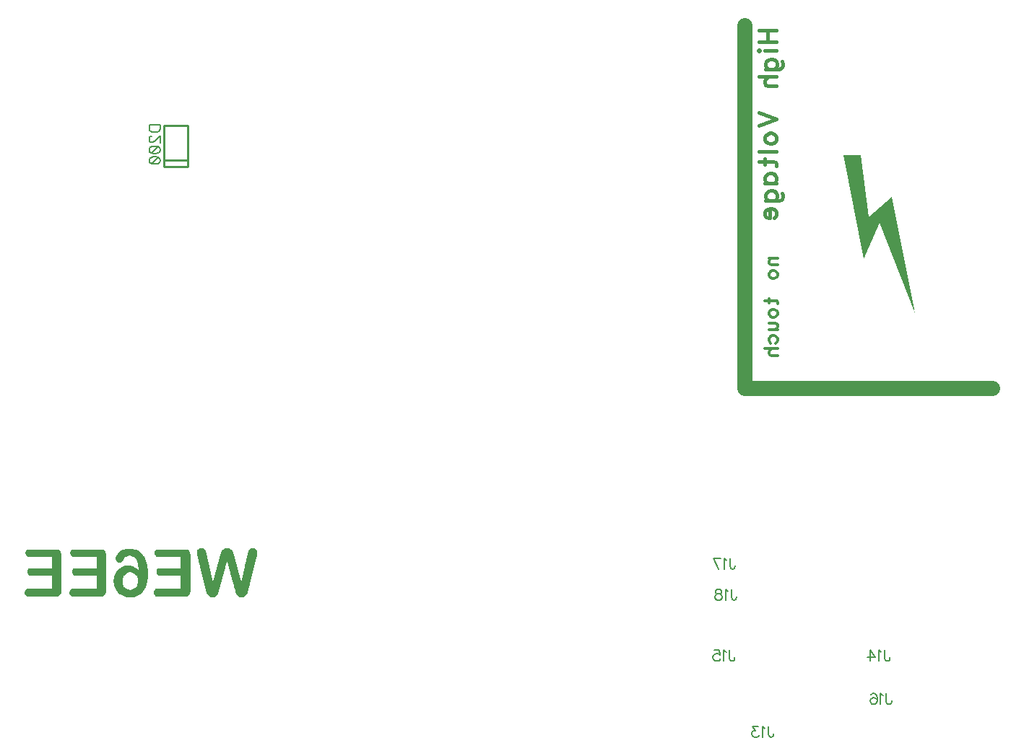
<source format=gbr>
G04 DipTrace 2.4.0.2*
%INBottomSilk.gbr*%
%MOIN*%
%ADD10C,0.0098*%
%ADD12C,0.003*%
%ADD15C,0.013*%
%ADD17C,0.07*%
%ADD111C,0.0077*%
%ADD113C,0.0175*%
%FSLAX44Y44*%
G04*
G70*
G90*
G75*
G01*
%LNBotSilk*%
%LPD*%
X-37680Y-5147D2*
D10*
X-36578D1*
Y-5126D2*
Y-3275D1*
X-37680Y-4848D2*
X-36578D1*
X-37680Y-3275D2*
X-36578D1*
X-37680Y-5126D2*
Y-3275D1*
X-10875Y1375D2*
D17*
Y-15377D1*
X563D1*
G36*
X-6313Y-4626D2*
X-5375Y-9439D1*
X-4625Y-7751D1*
X-2999Y-11939D1*
X-4062Y-6563D1*
X-5125Y-7501D1*
X-5500Y-4626D1*
D1*
X-6313D1*
G37*
X-36022Y-22783D2*
D12*
X-35872D1*
X-34855D2*
X-34676D1*
X-33658D2*
X-33509D1*
X-39433Y-22813D2*
X-39134D1*
X-36064D2*
X-35844D1*
X-34899D2*
X-34632D1*
X-33697D2*
X-33480D1*
X-43981Y-22843D2*
X-42574D1*
X-41916D2*
X-40510D1*
X-39519D2*
X-39041D1*
X-38027D2*
X-36620D1*
X-36098D2*
X-35818D1*
X-34937D2*
X-34595D1*
X-33727D2*
X-33454D1*
X-44009Y-22873D2*
X-42535D1*
X-41945D2*
X-40471D1*
X-39591D2*
X-38963D1*
X-38055D2*
X-36581D1*
X-36124D2*
X-35796D1*
X-34970D2*
X-34565D1*
X-33749D2*
X-33432D1*
X-44034Y-22903D2*
X-42506D1*
X-41970D2*
X-40441D1*
X-39647D2*
X-38902D1*
X-38080D2*
X-36551D1*
X-36133D2*
X-35779D1*
X-34997D2*
X-34544D1*
X-33764D2*
X-33415D1*
X-44052Y-22933D2*
X-42484D1*
X-41988D2*
X-40419D1*
X-39691D2*
X-38853D1*
X-38098D2*
X-36530D1*
X-36138D2*
X-35766D1*
X-35017D2*
X-34530D1*
X-33776D2*
X-33403D1*
X-44062Y-22963D2*
X-42468D1*
X-41998D2*
X-40404D1*
X-39728D2*
X-38813D1*
X-38108D2*
X-36514D1*
X-36140D2*
X-35758D1*
X-35031D2*
X-34517D1*
X-33787D2*
X-33395D1*
X-44066Y-22993D2*
X-42456D1*
X-42001D2*
X-40392D1*
X-39760D2*
X-38778D1*
X-38112D2*
X-36502D1*
X-36141D2*
X-35750D1*
X-35043D2*
X-34506D1*
X-33797D2*
X-33393D1*
X-44066Y-23023D2*
X-42445D1*
X-42001D2*
X-40381D1*
X-39790D2*
X-38746D1*
X-38112D2*
X-36491D1*
X-36141D2*
X-35742D1*
X-35053D2*
X-34496D1*
X-33804D2*
X-33395D1*
X-44052Y-23053D2*
X-42436D1*
X-41988D2*
X-40372D1*
X-39817D2*
X-38715D1*
X-38098D2*
X-36482D1*
X-36140D2*
X-35733D1*
X-35060D2*
X-34486D1*
X-33811D2*
X-33402D1*
X-44032Y-23082D2*
X-42430D1*
X-41968D2*
X-40366D1*
X-39838D2*
X-38686D1*
X-38078D2*
X-36476D1*
X-36137D2*
X-35727D1*
X-35067D2*
X-34476D1*
X-33819D2*
X-33409D1*
X-44007Y-23112D2*
X-42427D1*
X-41943D2*
X-40363D1*
X-39856D2*
X-39372D1*
X-39165D2*
X-38660D1*
X-38053D2*
X-36473D1*
X-36130D2*
X-35720D1*
X-35076D2*
X-34466D1*
X-33827D2*
X-33415D1*
X-43981Y-23142D2*
X-42426D1*
X-41916D2*
X-40361D1*
X-39869D2*
X-39425D1*
X-39110D2*
X-38638D1*
X-38027D2*
X-36472D1*
X-36122D2*
X-35712D1*
X-35085D2*
X-34456D1*
X-33833D2*
X-33422D1*
X-42844Y-23172D2*
X-42425D1*
X-40779D2*
X-40361D1*
X-39880D2*
X-39469D1*
X-39062D2*
X-38620D1*
X-36890D2*
X-36471D1*
X-36115D2*
X-35703D1*
X-35094D2*
X-34447D1*
X-33837D2*
X-33430D1*
X-42844Y-23202D2*
X-42425D1*
X-40779D2*
X-40361D1*
X-39891D2*
X-39501D1*
X-39023D2*
X-38604D1*
X-36890D2*
X-36471D1*
X-36109D2*
X-35698D1*
X-35104D2*
X-34440D1*
X-33842D2*
X-33439D1*
X-42844Y-23232D2*
X-42425D1*
X-40779D2*
X-40360D1*
X-39899D2*
X-39524D1*
X-38993D2*
X-38588D1*
X-36890D2*
X-36471D1*
X-36100D2*
X-35694D1*
X-35114D2*
X-34433D1*
X-33850D2*
X-33445D1*
X-42844Y-23262D2*
X-42425D1*
X-40779D2*
X-40360D1*
X-39904D2*
X-39544D1*
X-38969D2*
X-38573D1*
X-36890D2*
X-36471D1*
X-36092D2*
X-35689D1*
X-35120D2*
X-34425D1*
X-33858D2*
X-33452D1*
X-42844Y-23292D2*
X-42425D1*
X-40779D2*
X-40360D1*
X-39896D2*
X-39564D1*
X-38950D2*
X-38559D1*
X-36890D2*
X-36471D1*
X-36086D2*
X-35681D1*
X-35127D2*
X-34417D1*
X-33864D2*
X-33460D1*
X-42844Y-23322D2*
X-42425D1*
X-40779D2*
X-40360D1*
X-39884D2*
X-39588D1*
X-38933D2*
X-38547D1*
X-36890D2*
X-36471D1*
X-36079D2*
X-35673D1*
X-35136D2*
X-34410D1*
X-33871D2*
X-33468D1*
X-42844Y-23352D2*
X-42425D1*
X-40779D2*
X-40360D1*
X-39862D2*
X-39615D1*
X-38918D2*
X-38536D1*
X-36890D2*
X-36471D1*
X-36071D2*
X-35667D1*
X-35144D2*
X-34403D1*
X-33879D2*
X-33475D1*
X-42844Y-23382D2*
X-42425D1*
X-40779D2*
X-40360D1*
X-39830D2*
X-39643D1*
X-38907D2*
X-38526D1*
X-36890D2*
X-36471D1*
X-36062D2*
X-35660D1*
X-35150D2*
X-34395D1*
X-33887D2*
X-33482D1*
X-42844Y-23412D2*
X-42425D1*
X-40779D2*
X-40360D1*
X-39792D2*
X-39672D1*
X-38899D2*
X-38516D1*
X-36890D2*
X-36471D1*
X-36056D2*
X-35652D1*
X-35157D2*
X-34790D1*
X-34734D2*
X-34386D1*
X-33894D2*
X-33490D1*
X-42844Y-23441D2*
X-42425D1*
X-40779D2*
X-40360D1*
X-38892D2*
X-38509D1*
X-36890D2*
X-36471D1*
X-36049D2*
X-35643D1*
X-35166D2*
X-34808D1*
X-34730D2*
X-34376D1*
X-33901D2*
X-33498D1*
X-42844Y-23471D2*
X-42425D1*
X-40779D2*
X-40360D1*
X-38883D2*
X-38503D1*
X-36890D2*
X-36471D1*
X-36041D2*
X-35638D1*
X-35175D2*
X-34822D1*
X-34723D2*
X-34366D1*
X-33909D2*
X-33505D1*
X-42844Y-23501D2*
X-42425D1*
X-40779D2*
X-40360D1*
X-38875D2*
X-38494D1*
X-36890D2*
X-36471D1*
X-36032D2*
X-35634D1*
X-35184D2*
X-34834D1*
X-34716D2*
X-34357D1*
X-33917D2*
X-33512D1*
X-42844Y-23531D2*
X-42425D1*
X-40779D2*
X-40360D1*
X-38869D2*
X-38486D1*
X-36890D2*
X-36471D1*
X-36026D2*
X-35629D1*
X-35194D2*
X-34844D1*
X-34709D2*
X-34351D1*
X-33923D2*
X-33520D1*
X-42844Y-23561D2*
X-42425D1*
X-40779D2*
X-40360D1*
X-38866D2*
X-38480D1*
X-36890D2*
X-36471D1*
X-36019D2*
X-35621D1*
X-35203D2*
X-34851D1*
X-34703D2*
X-34344D1*
X-33927D2*
X-33528D1*
X-42844Y-23591D2*
X-42425D1*
X-40779D2*
X-40360D1*
X-39463D2*
X-39223D1*
X-38864D2*
X-38477D1*
X-36890D2*
X-36471D1*
X-36011D2*
X-35613D1*
X-35210D2*
X-34858D1*
X-34694D2*
X-34335D1*
X-33932D2*
X-33535D1*
X-42844Y-23621D2*
X-42425D1*
X-40779D2*
X-40360D1*
X-39546D2*
X-39142D1*
X-38860D2*
X-38475D1*
X-36890D2*
X-36471D1*
X-36002D2*
X-35607D1*
X-35217D2*
X-34866D1*
X-34686D2*
X-34327D1*
X-33939D2*
X-33541D1*
X-42844Y-23651D2*
X-42425D1*
X-40779D2*
X-40360D1*
X-39614D2*
X-39076D1*
X-38852D2*
X-38471D1*
X-36890D2*
X-36471D1*
X-35996D2*
X-35600D1*
X-35225D2*
X-34875D1*
X-34679D2*
X-34320D1*
X-33947D2*
X-33550D1*
X-42844Y-23681D2*
X-42425D1*
X-40779D2*
X-40360D1*
X-39670D2*
X-39024D1*
X-38845D2*
X-38463D1*
X-36890D2*
X-36471D1*
X-35989D2*
X-35592D1*
X-35234D2*
X-34881D1*
X-34673D2*
X-34314D1*
X-33954D2*
X-33558D1*
X-43891Y-23711D2*
X-42425D1*
X-41826D2*
X-40360D1*
X-39716D2*
X-38979D1*
X-38839D2*
X-38456D1*
X-37937D2*
X-36471D1*
X-35981D2*
X-35584D1*
X-35240D2*
X-34888D1*
X-34664D2*
X-34305D1*
X-33960D2*
X-33565D1*
X-43923Y-23741D2*
X-42425D1*
X-41859D2*
X-40360D1*
X-39755D2*
X-38942D1*
X-38838D2*
X-38450D1*
X-37969D2*
X-36471D1*
X-35973D2*
X-35578D1*
X-35247D2*
X-34896D1*
X-34655D2*
X-34297D1*
X-33969D2*
X-33571D1*
X-43948Y-23771D2*
X-42425D1*
X-41883D2*
X-40360D1*
X-39788D2*
X-38912D1*
X-38841D2*
X-38448D1*
X-37994D2*
X-36471D1*
X-35967D2*
X-35574D1*
X-35255D2*
X-34905D1*
X-34646D2*
X-34290D1*
X-33977D2*
X-33580D1*
X-43964Y-23801D2*
X-42425D1*
X-41900D2*
X-40360D1*
X-39816D2*
X-38888D1*
X-38851D2*
X-38446D1*
X-38010D2*
X-36471D1*
X-35963D2*
X-35569D1*
X-35265D2*
X-34911D1*
X-34636D2*
X-34284D1*
X-33983D2*
X-33588D1*
X-43973Y-23830D2*
X-42425D1*
X-41909D2*
X-40360D1*
X-39839D2*
X-38446D1*
X-38019D2*
X-36471D1*
X-35958D2*
X-35561D1*
X-35274D2*
X-34918D1*
X-34627D2*
X-34275D1*
X-33986D2*
X-33595D1*
X-43977Y-23860D2*
X-42425D1*
X-41912D2*
X-40360D1*
X-39861D2*
X-38446D1*
X-38022D2*
X-36471D1*
X-35950D2*
X-35553D1*
X-35284D2*
X-34926D1*
X-34620D2*
X-34266D1*
X-33992D2*
X-33601D1*
X-43974Y-23890D2*
X-42425D1*
X-41910D2*
X-40360D1*
X-39881D2*
X-39367D1*
X-39135D2*
X-38446D1*
X-38020D2*
X-36471D1*
X-35942D2*
X-35547D1*
X-35293D2*
X-34936D1*
X-34613D2*
X-34257D1*
X-33999D2*
X-33610D1*
X-43966Y-23920D2*
X-42425D1*
X-41901D2*
X-40360D1*
X-39900D2*
X-39415D1*
X-39080D2*
X-38446D1*
X-38012D2*
X-36471D1*
X-35936D2*
X-35540D1*
X-35300D2*
X-34945D1*
X-34604D2*
X-34247D1*
X-34007D2*
X-33618D1*
X-43949Y-23950D2*
X-42425D1*
X-41884D2*
X-40360D1*
X-39916D2*
X-39454D1*
X-39033D2*
X-38446D1*
X-37995D2*
X-36471D1*
X-35929D2*
X-35532D1*
X-35307D2*
X-34955D1*
X-34596D2*
X-34238D1*
X-34014D2*
X-33625D1*
X-43923Y-23980D2*
X-42425D1*
X-41858D2*
X-40360D1*
X-39929D2*
X-39488D1*
X-38994D2*
X-38446D1*
X-37969D2*
X-36471D1*
X-35921D2*
X-35524D1*
X-35315D2*
X-34964D1*
X-34590D2*
X-34231D1*
X-34020D2*
X-33631D1*
X-43891Y-24010D2*
X-42425D1*
X-41826D2*
X-40360D1*
X-39940D2*
X-39516D1*
X-38963D2*
X-38446D1*
X-37937D2*
X-36471D1*
X-35913D2*
X-35518D1*
X-35324D2*
X-34971D1*
X-34583D2*
X-34224D1*
X-34029D2*
X-33640D1*
X-42844Y-24040D2*
X-42425D1*
X-40779D2*
X-40360D1*
X-39951D2*
X-39539D1*
X-38939D2*
X-38446D1*
X-36890D2*
X-36471D1*
X-35906D2*
X-35514D1*
X-35330D2*
X-34978D1*
X-34574D2*
X-34216D1*
X-34037D2*
X-33648D1*
X-42844Y-24070D2*
X-42425D1*
X-40779D2*
X-40360D1*
X-39960D2*
X-39556D1*
X-38921D2*
X-38446D1*
X-36890D2*
X-36471D1*
X-35899D2*
X-35509D1*
X-35337D2*
X-34986D1*
X-34565D2*
X-34207D1*
X-34042D2*
X-33654D1*
X-42844Y-24100D2*
X-42425D1*
X-40779D2*
X-40360D1*
X-39966D2*
X-39570D1*
X-38907D2*
X-38446D1*
X-36890D2*
X-36471D1*
X-35891D2*
X-35502D1*
X-35345D2*
X-34994D1*
X-34556D2*
X-34201D1*
X-34046D2*
X-33661D1*
X-42844Y-24130D2*
X-42425D1*
X-40779D2*
X-40360D1*
X-39970D2*
X-39581D1*
X-38896D2*
X-38446D1*
X-36890D2*
X-36471D1*
X-35883D2*
X-35494D1*
X-35355D2*
X-35001D1*
X-34546D2*
X-34194D1*
X-34051D2*
X-33670D1*
X-42844Y-24160D2*
X-42425D1*
X-40779D2*
X-40360D1*
X-39976D2*
X-39592D1*
X-38885D2*
X-38447D1*
X-36890D2*
X-36471D1*
X-35876D2*
X-35487D1*
X-35364D2*
X-35008D1*
X-34537D2*
X-34185D1*
X-34059D2*
X-33678D1*
X-42844Y-24189D2*
X-42425D1*
X-40779D2*
X-40360D1*
X-39983D2*
X-39601D1*
X-38876D2*
X-38451D1*
X-36890D2*
X-36471D1*
X-35870D2*
X-35481D1*
X-35374D2*
X-35016D1*
X-34530D2*
X-34176D1*
X-34067D2*
X-33684D1*
X-42844Y-24219D2*
X-42425D1*
X-40779D2*
X-40360D1*
X-39991D2*
X-39607D1*
X-38870D2*
X-38458D1*
X-36890D2*
X-36471D1*
X-35861D2*
X-35472D1*
X-35383D2*
X-35025D1*
X-34523D2*
X-34164D1*
X-34074D2*
X-33691D1*
X-42844Y-24249D2*
X-42425D1*
X-40779D2*
X-40360D1*
X-39996D2*
X-39610D1*
X-38867D2*
X-38465D1*
X-36890D2*
X-36471D1*
X-35853D2*
X-35463D1*
X-35390D2*
X-35035D1*
X-34515D2*
X-34149D1*
X-34081D2*
X-33700D1*
X-42844Y-24279D2*
X-42425D1*
X-40779D2*
X-40360D1*
X-39999D2*
X-39612D1*
X-38865D2*
X-38471D1*
X-36890D2*
X-36471D1*
X-35846D2*
X-35453D1*
X-35397D2*
X-35045D1*
X-34505D2*
X-34115D1*
X-34093D2*
X-33708D1*
X-42844Y-24309D2*
X-42425D1*
X-40779D2*
X-40360D1*
X-39999D2*
X-39612D1*
X-38866D2*
X-38475D1*
X-36890D2*
X-36471D1*
X-35840D2*
X-35439D1*
X-35409D2*
X-35054D1*
X-34496D2*
X-33714D1*
X-42844Y-24339D2*
X-42425D1*
X-40779D2*
X-40360D1*
X-39996D2*
X-39612D1*
X-38869D2*
X-38480D1*
X-36890D2*
X-36471D1*
X-35831D2*
X-35061D1*
X-34486D2*
X-33721D1*
X-42844Y-24369D2*
X-42425D1*
X-40779D2*
X-40360D1*
X-39989D2*
X-39611D1*
X-38877D2*
X-38487D1*
X-36890D2*
X-36471D1*
X-35823D2*
X-35067D1*
X-34477D2*
X-33729D1*
X-42844Y-24399D2*
X-42425D1*
X-40779D2*
X-40360D1*
X-39982D2*
X-39607D1*
X-38884D2*
X-38495D1*
X-36890D2*
X-36471D1*
X-35816D2*
X-35076D1*
X-34470D2*
X-33738D1*
X-42844Y-24429D2*
X-42425D1*
X-40779D2*
X-40360D1*
X-39976D2*
X-39600D1*
X-38891D2*
X-38502D1*
X-36890D2*
X-36471D1*
X-35810D2*
X-35084D1*
X-34463D2*
X-33743D1*
X-42844Y-24459D2*
X-42425D1*
X-40779D2*
X-40360D1*
X-39972D2*
X-39591D1*
X-38897D2*
X-38508D1*
X-36890D2*
X-36471D1*
X-35801D2*
X-35091D1*
X-34455D2*
X-33747D1*
X-42844Y-24489D2*
X-42425D1*
X-40779D2*
X-40360D1*
X-39967D2*
X-39582D1*
X-38907D2*
X-38517D1*
X-36890D2*
X-36471D1*
X-35793D2*
X-35097D1*
X-34447D2*
X-33752D1*
X-42844Y-24519D2*
X-42425D1*
X-40779D2*
X-40360D1*
X-39959D2*
X-39571D1*
X-38920D2*
X-38526D1*
X-36890D2*
X-36471D1*
X-35786D2*
X-35106D1*
X-34440D2*
X-33760D1*
X-42844Y-24549D2*
X-42425D1*
X-40779D2*
X-40360D1*
X-39951D2*
X-39557D1*
X-38938D2*
X-38535D1*
X-36890D2*
X-36471D1*
X-35780D2*
X-35115D1*
X-34433D2*
X-33768D1*
X-42844Y-24578D2*
X-42425D1*
X-40779D2*
X-40360D1*
X-39941D2*
X-39539D1*
X-38960D2*
X-38547D1*
X-36890D2*
X-36471D1*
X-35771D2*
X-35124D1*
X-34425D2*
X-33774D1*
X-42844Y-24608D2*
X-42425D1*
X-40779D2*
X-40360D1*
X-39930D2*
X-39516D1*
X-38987D2*
X-38560D1*
X-36890D2*
X-36471D1*
X-35763D2*
X-35134D1*
X-34416D2*
X-33781D1*
X-42844Y-24638D2*
X-42425D1*
X-40779D2*
X-40360D1*
X-39916D2*
X-39488D1*
X-39017D2*
X-38577D1*
X-36890D2*
X-36471D1*
X-35757D2*
X-35143D1*
X-34406D2*
X-33789D1*
X-44011Y-24668D2*
X-42425D1*
X-41946D2*
X-40360D1*
X-39900D2*
X-39447D1*
X-39059D2*
X-38596D1*
X-38057D2*
X-36471D1*
X-35750D2*
X-35150D1*
X-34396D2*
X-33799D1*
X-44039Y-24698D2*
X-42425D1*
X-41975D2*
X-40361D1*
X-39881D2*
X-39373D1*
X-39133D2*
X-38615D1*
X-38085D2*
X-36471D1*
X-35741D2*
X-35157D1*
X-34387D2*
X-33808D1*
X-44064Y-24728D2*
X-42426D1*
X-42000D2*
X-40362D1*
X-39861D2*
X-39253D1*
X-39254D2*
X-38636D1*
X-38110D2*
X-36472D1*
X-35732D2*
X-35166D1*
X-34380D2*
X-33818D1*
X-44082Y-24758D2*
X-42430D1*
X-42018D2*
X-40365D1*
X-39841D2*
X-38660D1*
X-38128D2*
X-36476D1*
X-35723D2*
X-35175D1*
X-34374D2*
X-33827D1*
X-44092Y-24788D2*
X-42437D1*
X-42028D2*
X-40373D1*
X-39816D2*
X-38687D1*
X-38138D2*
X-36483D1*
X-35713D2*
X-35184D1*
X-34365D2*
X-33834D1*
X-44097Y-24818D2*
X-42446D1*
X-42032D2*
X-40381D1*
X-39789D2*
X-38716D1*
X-38143D2*
X-36492D1*
X-35703D2*
X-35194D1*
X-34356D2*
X-33841D1*
X-44098Y-24848D2*
X-42455D1*
X-42033D2*
X-40391D1*
X-39756D2*
X-38745D1*
X-38144D2*
X-36501D1*
X-35693D2*
X-35204D1*
X-34345D2*
X-33850D1*
X-44094Y-24878D2*
X-42466D1*
X-42029D2*
X-40402D1*
X-39718D2*
X-38776D1*
X-38140D2*
X-36512D1*
X-35682D2*
X-35215D1*
X-34331D2*
X-33864D1*
X-44082Y-24908D2*
X-42481D1*
X-42017D2*
X-40417D1*
X-39675D2*
X-38812D1*
X-38128D2*
X-36527D1*
X-35668D2*
X-35230D1*
X-34313D2*
X-33881D1*
X-44062Y-24937D2*
X-42504D1*
X-41998D2*
X-40439D1*
X-39622D2*
X-38859D1*
X-38108D2*
X-36550D1*
X-35648D2*
X-35253D1*
X-34291D2*
X-33905D1*
X-44037Y-24967D2*
X-42536D1*
X-41973D2*
X-40472D1*
X-39558D2*
X-38921D1*
X-38083D2*
X-36582D1*
X-35621D2*
X-35283D1*
X-34263D2*
X-33936D1*
X-44011Y-24997D2*
X-42574D1*
X-41946D2*
X-40510D1*
X-39483D2*
X-38995D1*
X-38057D2*
X-36620D1*
X-35585D2*
X-35321D1*
X-34231D2*
X-33975D1*
X-39403Y-25027D2*
X-39074D1*
X-35543D2*
X-35364D1*
X-34197D2*
X-34017D1*
X-36022Y-22783D2*
X-36064Y-22813D1*
X-36098Y-22843D1*
X-36124Y-22873D1*
X-36133Y-22903D1*
X-36138Y-22933D1*
X-36140Y-22963D1*
X-36141Y-22993D1*
Y-23023D1*
X-36140Y-23053D1*
X-36137Y-23082D1*
X-36130Y-23112D1*
X-36122Y-23142D1*
X-36115Y-23172D1*
X-36109Y-23202D1*
X-36100Y-23232D1*
X-36092Y-23262D1*
X-36086Y-23292D1*
X-36079Y-23322D1*
X-36071Y-23352D1*
X-36062Y-23382D1*
X-36056Y-23412D1*
X-36049Y-23441D1*
X-36041Y-23471D1*
X-36032Y-23501D1*
X-36026Y-23531D1*
X-36019Y-23561D1*
X-36011Y-23591D1*
X-36002Y-23621D1*
X-35996Y-23651D1*
X-35989Y-23681D1*
X-35981Y-23711D1*
X-35973Y-23741D1*
X-35967Y-23771D1*
X-35963Y-23801D1*
X-35958Y-23830D1*
X-35950Y-23860D1*
X-35942Y-23890D1*
X-35936Y-23920D1*
X-35929Y-23950D1*
X-35921Y-23980D1*
X-35913Y-24010D1*
X-35906Y-24040D1*
X-35899Y-24070D1*
X-35891Y-24100D1*
X-35883Y-24130D1*
X-35876Y-24160D1*
X-35870Y-24189D1*
X-35861Y-24219D1*
X-35853Y-24249D1*
X-35846Y-24279D1*
X-35840Y-24309D1*
X-35831Y-24339D1*
X-35823Y-24369D1*
X-35816Y-24399D1*
X-35810Y-24429D1*
X-35801Y-24459D1*
X-35793Y-24489D1*
X-35786Y-24519D1*
X-35780Y-24549D1*
X-35771Y-24578D1*
X-35763Y-24608D1*
X-35757Y-24638D1*
X-35750Y-24668D1*
X-35741Y-24698D1*
X-35732Y-24728D1*
X-35723Y-24758D1*
X-35713Y-24788D1*
X-35703Y-24818D1*
X-35693Y-24848D1*
X-35682Y-24878D1*
X-35668Y-24908D1*
X-35648Y-24937D1*
X-35621Y-24967D1*
X-35585Y-24997D1*
X-35543Y-25027D1*
X-35872Y-22783D2*
X-35844Y-22813D1*
X-35818Y-22843D1*
X-35796Y-22873D1*
X-35779Y-22903D1*
X-35766Y-22933D1*
X-35758Y-22963D1*
X-35750Y-22993D1*
X-35742Y-23023D1*
X-35733Y-23053D1*
X-35727Y-23082D1*
X-35720Y-23112D1*
X-35712Y-23142D1*
X-35703Y-23172D1*
X-35698Y-23202D1*
X-35694Y-23232D1*
X-35689Y-23262D1*
X-35681Y-23292D1*
X-35673Y-23322D1*
X-35667Y-23352D1*
X-35660Y-23382D1*
X-35652Y-23412D1*
X-35643Y-23441D1*
X-35638Y-23471D1*
X-35634Y-23501D1*
X-35629Y-23531D1*
X-35621Y-23561D1*
X-35613Y-23591D1*
X-35607Y-23621D1*
X-35600Y-23651D1*
X-35592Y-23681D1*
X-35584Y-23711D1*
X-35578Y-23741D1*
X-35574Y-23771D1*
X-35569Y-23801D1*
X-35561Y-23830D1*
X-35553Y-23860D1*
X-35547Y-23890D1*
X-35540Y-23920D1*
X-35532Y-23950D1*
X-35524Y-23980D1*
X-35518Y-24010D1*
X-35514Y-24040D1*
X-35509Y-24070D1*
X-35502Y-24100D1*
X-35494Y-24130D1*
X-35487Y-24160D1*
X-35481Y-24189D1*
X-35472Y-24219D1*
X-35463Y-24249D1*
X-35453Y-24279D1*
X-35439Y-24309D1*
X-35424Y-24339D1*
X-34855Y-22783D2*
X-34899Y-22813D1*
X-34937Y-22843D1*
X-34970Y-22873D1*
X-34997Y-22903D1*
X-35017Y-22933D1*
X-35031Y-22963D1*
X-35043Y-22993D1*
X-35053Y-23023D1*
X-35060Y-23053D1*
X-35067Y-23082D1*
X-35076Y-23112D1*
X-35085Y-23142D1*
X-35094Y-23172D1*
X-35104Y-23202D1*
X-35114Y-23232D1*
X-35120Y-23262D1*
X-35127Y-23292D1*
X-35136Y-23322D1*
X-35144Y-23352D1*
X-35150Y-23382D1*
X-35157Y-23412D1*
X-35166Y-23441D1*
X-35175Y-23471D1*
X-35184Y-23501D1*
X-35194Y-23531D1*
X-35203Y-23561D1*
X-35210Y-23591D1*
X-35217Y-23621D1*
X-35225Y-23651D1*
X-35234Y-23681D1*
X-35240Y-23711D1*
X-35247Y-23741D1*
X-35255Y-23771D1*
X-35265Y-23801D1*
X-35274Y-23830D1*
X-35284Y-23860D1*
X-35293Y-23890D1*
X-35300Y-23920D1*
X-35307Y-23950D1*
X-35315Y-23980D1*
X-35324Y-24010D1*
X-35330Y-24040D1*
X-35337Y-24070D1*
X-35345Y-24100D1*
X-35355Y-24130D1*
X-35364Y-24160D1*
X-35374Y-24189D1*
X-35383Y-24219D1*
X-35390Y-24249D1*
X-35397Y-24279D1*
X-35409Y-24309D1*
X-35424Y-24339D1*
X-34676Y-22783D2*
X-34632Y-22813D1*
X-34595Y-22843D1*
X-34565Y-22873D1*
X-34544Y-22903D1*
X-34530Y-22933D1*
X-34517Y-22963D1*
X-34506Y-22993D1*
X-34496Y-23023D1*
X-34486Y-23053D1*
X-34476Y-23082D1*
X-34466Y-23112D1*
X-34456Y-23142D1*
X-34447Y-23172D1*
X-34440Y-23202D1*
X-34433Y-23232D1*
X-34425Y-23262D1*
X-34417Y-23292D1*
X-34410Y-23322D1*
X-34403Y-23352D1*
X-34395Y-23382D1*
X-34386Y-23412D1*
X-34376Y-23441D1*
X-34366Y-23471D1*
X-34357Y-23501D1*
X-34351Y-23531D1*
X-34344Y-23561D1*
X-34335Y-23591D1*
X-34327Y-23621D1*
X-34320Y-23651D1*
X-34314Y-23681D1*
X-34305Y-23711D1*
X-34297Y-23741D1*
X-34290Y-23771D1*
X-34284Y-23801D1*
X-34275Y-23830D1*
X-34266Y-23860D1*
X-34257Y-23890D1*
X-34247Y-23920D1*
X-34238Y-23950D1*
X-34231Y-23980D1*
X-34224Y-24010D1*
X-34216Y-24040D1*
X-34207Y-24070D1*
X-34201Y-24100D1*
X-34194Y-24130D1*
X-34185Y-24160D1*
X-34176Y-24189D1*
X-34164Y-24219D1*
X-34149Y-24249D1*
X-34115Y-24279D1*
X-34077Y-24309D1*
X-33658Y-22783D2*
X-33697Y-22813D1*
X-33727Y-22843D1*
X-33749Y-22873D1*
X-33764Y-22903D1*
X-33776Y-22933D1*
X-33787Y-22963D1*
X-33797Y-22993D1*
X-33804Y-23023D1*
X-33811Y-23053D1*
X-33819Y-23082D1*
X-33827Y-23112D1*
X-33833Y-23142D1*
X-33837Y-23172D1*
X-33842Y-23202D1*
X-33850Y-23232D1*
X-33858Y-23262D1*
X-33864Y-23292D1*
X-33871Y-23322D1*
X-33879Y-23352D1*
X-33887Y-23382D1*
X-33894Y-23412D1*
X-33901Y-23441D1*
X-33909Y-23471D1*
X-33917Y-23501D1*
X-33923Y-23531D1*
X-33927Y-23561D1*
X-33932Y-23591D1*
X-33939Y-23621D1*
X-33947Y-23651D1*
X-33954Y-23681D1*
X-33960Y-23711D1*
X-33969Y-23741D1*
X-33977Y-23771D1*
X-33983Y-23801D1*
X-33986Y-23830D1*
X-33992Y-23860D1*
X-33999Y-23890D1*
X-34007Y-23920D1*
X-34014Y-23950D1*
X-34020Y-23980D1*
X-34029Y-24010D1*
X-34037Y-24040D1*
X-34042Y-24070D1*
X-34046Y-24100D1*
X-34051Y-24130D1*
X-34059Y-24160D1*
X-34067Y-24189D1*
X-34074Y-24219D1*
X-34081Y-24249D1*
X-34093Y-24279D1*
X-34107Y-24309D1*
X-33509Y-22783D2*
X-33480Y-22813D1*
X-33454Y-22843D1*
X-33432Y-22873D1*
X-33415Y-22903D1*
X-33403Y-22933D1*
X-33395Y-22963D1*
X-33393Y-22993D1*
X-33395Y-23023D1*
X-33402Y-23053D1*
X-33409Y-23082D1*
X-33415Y-23112D1*
X-33422Y-23142D1*
X-33430Y-23172D1*
X-33439Y-23202D1*
X-33445Y-23232D1*
X-33452Y-23262D1*
X-33460Y-23292D1*
X-33468Y-23322D1*
X-33475Y-23352D1*
X-33482Y-23382D1*
X-33490Y-23412D1*
X-33498Y-23441D1*
X-33505Y-23471D1*
X-33512Y-23501D1*
X-33520Y-23531D1*
X-33528Y-23561D1*
X-33535Y-23591D1*
X-33541Y-23621D1*
X-33550Y-23651D1*
X-33558Y-23681D1*
X-33565Y-23711D1*
X-33571Y-23741D1*
X-33580Y-23771D1*
X-33588Y-23801D1*
X-33595Y-23830D1*
X-33601Y-23860D1*
X-33610Y-23890D1*
X-33618Y-23920D1*
X-33625Y-23950D1*
X-33631Y-23980D1*
X-33640Y-24010D1*
X-33648Y-24040D1*
X-33654Y-24070D1*
X-33661Y-24100D1*
X-33670Y-24130D1*
X-33678Y-24160D1*
X-33684Y-24189D1*
X-33691Y-24219D1*
X-33700Y-24249D1*
X-33708Y-24279D1*
X-33714Y-24309D1*
X-33721Y-24339D1*
X-33729Y-24369D1*
X-33738Y-24399D1*
X-33743Y-24429D1*
X-33747Y-24459D1*
X-33752Y-24489D1*
X-33760Y-24519D1*
X-33768Y-24549D1*
X-33774Y-24578D1*
X-33781Y-24608D1*
X-33789Y-24638D1*
X-33799Y-24668D1*
X-33808Y-24698D1*
X-33818Y-24728D1*
X-33827Y-24758D1*
X-33834Y-24788D1*
X-33841Y-24818D1*
X-33850Y-24848D1*
X-33864Y-24878D1*
X-33881Y-24908D1*
X-33905Y-24937D1*
X-33936Y-24967D1*
X-33975Y-24997D1*
X-34017Y-25027D1*
X-39433Y-22813D2*
X-39519Y-22843D1*
X-39591Y-22873D1*
X-39647Y-22903D1*
X-39691Y-22933D1*
X-39728Y-22963D1*
X-39760Y-22993D1*
X-39790Y-23023D1*
X-39817Y-23053D1*
X-39838Y-23082D1*
X-39856Y-23112D1*
X-39869Y-23142D1*
X-39880Y-23172D1*
X-39891Y-23202D1*
X-39899Y-23232D1*
X-39904Y-23262D1*
X-39896Y-23292D1*
X-39884Y-23322D1*
X-39862Y-23352D1*
X-39830Y-23382D1*
X-39792Y-23412D1*
X-39134Y-22813D2*
X-39041Y-22843D1*
X-38963Y-22873D1*
X-38902Y-22903D1*
X-38853Y-22933D1*
X-38813Y-22963D1*
X-38778Y-22993D1*
X-38746Y-23023D1*
X-38715Y-23053D1*
X-38686Y-23082D1*
X-38660Y-23112D1*
X-38638Y-23142D1*
X-38620Y-23172D1*
X-38604Y-23202D1*
X-38588Y-23232D1*
X-38573Y-23262D1*
X-38559Y-23292D1*
X-38547Y-23322D1*
X-38536Y-23352D1*
X-38526Y-23382D1*
X-38516Y-23412D1*
X-38509Y-23441D1*
X-38503Y-23471D1*
X-38494Y-23501D1*
X-38486Y-23531D1*
X-38480Y-23561D1*
X-38477Y-23591D1*
X-38475Y-23621D1*
X-38471Y-23651D1*
X-38463Y-23681D1*
X-38456Y-23711D1*
X-38450Y-23741D1*
X-38448Y-23771D1*
X-38446Y-23801D1*
Y-23830D1*
Y-23860D1*
Y-23890D1*
Y-23920D1*
Y-23950D1*
Y-23980D1*
Y-24010D1*
Y-24040D1*
Y-24070D1*
Y-24100D1*
Y-24130D1*
X-38447Y-24160D1*
X-38451Y-24189D1*
X-38458Y-24219D1*
X-38465Y-24249D1*
X-38471Y-24279D1*
X-38475Y-24309D1*
X-38480Y-24339D1*
X-38487Y-24369D1*
X-38495Y-24399D1*
X-38502Y-24429D1*
X-38508Y-24459D1*
X-38517Y-24489D1*
X-38526Y-24519D1*
X-38535Y-24549D1*
X-38547Y-24578D1*
X-38560Y-24608D1*
X-38577Y-24638D1*
X-38596Y-24668D1*
X-38615Y-24698D1*
X-38636Y-24728D1*
X-38660Y-24758D1*
X-38687Y-24788D1*
X-38716Y-24818D1*
X-38745Y-24848D1*
X-38776Y-24878D1*
X-38812Y-24908D1*
X-38859Y-24937D1*
X-38921Y-24967D1*
X-38995Y-24997D1*
X-39074Y-25027D1*
X-43981Y-22843D2*
X-44009Y-22873D1*
X-44034Y-22903D1*
X-44052Y-22933D1*
X-44062Y-22963D1*
X-44066Y-22993D1*
Y-23023D1*
X-44052Y-23053D1*
X-44032Y-23082D1*
X-44007Y-23112D1*
X-43981Y-23142D1*
X-42574Y-22843D2*
X-42535Y-22873D1*
X-42506Y-22903D1*
X-42484Y-22933D1*
X-42468Y-22963D1*
X-42456Y-22993D1*
X-42445Y-23023D1*
X-42436Y-23053D1*
X-42430Y-23082D1*
X-42427Y-23112D1*
X-42426Y-23142D1*
X-42425Y-23172D1*
Y-23202D1*
Y-23232D1*
Y-23262D1*
Y-23292D1*
Y-23322D1*
Y-23352D1*
Y-23382D1*
Y-23412D1*
Y-23441D1*
Y-23471D1*
Y-23501D1*
Y-23531D1*
Y-23561D1*
Y-23591D1*
Y-23621D1*
Y-23651D1*
Y-23681D1*
Y-23711D1*
Y-23741D1*
Y-23771D1*
Y-23801D1*
Y-23830D1*
Y-23860D1*
Y-23890D1*
Y-23920D1*
Y-23950D1*
Y-23980D1*
Y-24010D1*
Y-24040D1*
Y-24070D1*
Y-24100D1*
Y-24130D1*
Y-24160D1*
Y-24189D1*
Y-24219D1*
Y-24249D1*
Y-24279D1*
Y-24309D1*
Y-24339D1*
Y-24369D1*
Y-24399D1*
Y-24429D1*
Y-24459D1*
Y-24489D1*
Y-24519D1*
Y-24549D1*
Y-24578D1*
Y-24608D1*
Y-24638D1*
Y-24668D1*
Y-24698D1*
X-42426Y-24728D1*
X-42430Y-24758D1*
X-42437Y-24788D1*
X-42446Y-24818D1*
X-42455Y-24848D1*
X-42466Y-24878D1*
X-42481Y-24908D1*
X-42504Y-24937D1*
X-42536Y-24967D1*
X-42574Y-24997D1*
X-41916Y-22843D2*
X-41945Y-22873D1*
X-41970Y-22903D1*
X-41988Y-22933D1*
X-41998Y-22963D1*
X-42001Y-22993D1*
Y-23023D1*
X-41988Y-23053D1*
X-41968Y-23082D1*
X-41943Y-23112D1*
X-41916Y-23142D1*
X-40510Y-22843D2*
X-40471Y-22873D1*
X-40441Y-22903D1*
X-40419Y-22933D1*
X-40404Y-22963D1*
X-40392Y-22993D1*
X-40381Y-23023D1*
X-40372Y-23053D1*
X-40366Y-23082D1*
X-40363Y-23112D1*
X-40361Y-23142D1*
Y-23172D1*
Y-23202D1*
X-40360Y-23232D1*
Y-23262D1*
Y-23292D1*
Y-23322D1*
Y-23352D1*
Y-23382D1*
Y-23412D1*
Y-23441D1*
Y-23471D1*
Y-23501D1*
Y-23531D1*
Y-23561D1*
Y-23591D1*
Y-23621D1*
Y-23651D1*
Y-23681D1*
Y-23711D1*
Y-23741D1*
Y-23771D1*
Y-23801D1*
Y-23830D1*
Y-23860D1*
Y-23890D1*
Y-23920D1*
Y-23950D1*
Y-23980D1*
Y-24010D1*
Y-24040D1*
Y-24070D1*
Y-24100D1*
Y-24130D1*
Y-24160D1*
Y-24189D1*
Y-24219D1*
Y-24249D1*
Y-24279D1*
Y-24309D1*
Y-24339D1*
Y-24369D1*
Y-24399D1*
Y-24429D1*
Y-24459D1*
Y-24489D1*
Y-24519D1*
Y-24549D1*
Y-24578D1*
Y-24608D1*
Y-24638D1*
Y-24668D1*
X-40361Y-24698D1*
X-40362Y-24728D1*
X-40365Y-24758D1*
X-40373Y-24788D1*
X-40381Y-24818D1*
X-40391Y-24848D1*
X-40402Y-24878D1*
X-40417Y-24908D1*
X-40439Y-24937D1*
X-40472Y-24967D1*
X-40510Y-24997D1*
X-38027Y-22843D2*
X-38055Y-22873D1*
X-38080Y-22903D1*
X-38098Y-22933D1*
X-38108Y-22963D1*
X-38112Y-22993D1*
Y-23023D1*
X-38098Y-23053D1*
X-38078Y-23082D1*
X-38053Y-23112D1*
X-38027Y-23142D1*
X-36620Y-22843D2*
X-36581Y-22873D1*
X-36551Y-22903D1*
X-36530Y-22933D1*
X-36514Y-22963D1*
X-36502Y-22993D1*
X-36491Y-23023D1*
X-36482Y-23053D1*
X-36476Y-23082D1*
X-36473Y-23112D1*
X-36472Y-23142D1*
X-36471Y-23172D1*
Y-23202D1*
Y-23232D1*
Y-23262D1*
Y-23292D1*
Y-23322D1*
Y-23352D1*
Y-23382D1*
Y-23412D1*
Y-23441D1*
Y-23471D1*
Y-23501D1*
Y-23531D1*
Y-23561D1*
Y-23591D1*
Y-23621D1*
Y-23651D1*
Y-23681D1*
Y-23711D1*
Y-23741D1*
Y-23771D1*
Y-23801D1*
Y-23830D1*
Y-23860D1*
Y-23890D1*
Y-23920D1*
Y-23950D1*
Y-23980D1*
Y-24010D1*
Y-24040D1*
Y-24070D1*
Y-24100D1*
Y-24130D1*
Y-24160D1*
Y-24189D1*
Y-24219D1*
Y-24249D1*
Y-24279D1*
Y-24309D1*
Y-24339D1*
Y-24369D1*
Y-24399D1*
Y-24429D1*
Y-24459D1*
Y-24489D1*
Y-24519D1*
Y-24549D1*
Y-24578D1*
Y-24608D1*
Y-24638D1*
Y-24668D1*
Y-24698D1*
X-36472Y-24728D1*
X-36476Y-24758D1*
X-36483Y-24788D1*
X-36492Y-24818D1*
X-36501Y-24848D1*
X-36512Y-24878D1*
X-36527Y-24908D1*
X-36550Y-24937D1*
X-36582Y-24967D1*
X-36620Y-24997D1*
X-39313Y-23082D2*
X-39372Y-23112D1*
X-39425Y-23142D1*
X-39469Y-23172D1*
X-39501Y-23202D1*
X-39524Y-23232D1*
X-39544Y-23262D1*
X-39564Y-23292D1*
X-39588Y-23322D1*
X-39615Y-23352D1*
X-39643Y-23382D1*
X-39672Y-23412D1*
X-39223Y-23082D2*
X-39165Y-23112D1*
X-39110Y-23142D1*
X-39062Y-23172D1*
X-39023Y-23202D1*
X-38993Y-23232D1*
X-38969Y-23262D1*
X-38950Y-23292D1*
X-38933Y-23322D1*
X-38918Y-23352D1*
X-38907Y-23382D1*
X-38899Y-23412D1*
X-38892Y-23441D1*
X-38883Y-23471D1*
X-38875Y-23501D1*
X-38869Y-23531D1*
X-38866Y-23561D1*
X-38864Y-23591D1*
X-38860Y-23621D1*
X-38852Y-23651D1*
X-38845Y-23681D1*
X-38839Y-23711D1*
X-38838Y-23741D1*
X-38841Y-23771D1*
X-38851Y-23801D1*
X-38864Y-23830D1*
X-42844Y-23142D2*
Y-23172D1*
Y-23202D1*
Y-23232D1*
Y-23262D1*
Y-23292D1*
Y-23322D1*
Y-23352D1*
Y-23382D1*
Y-23412D1*
Y-23441D1*
Y-23471D1*
Y-23501D1*
Y-23531D1*
Y-23561D1*
Y-23591D1*
Y-23621D1*
Y-23651D1*
Y-23681D1*
Y-23711D1*
X-40779Y-23142D2*
Y-23172D1*
Y-23202D1*
Y-23232D1*
Y-23262D1*
Y-23292D1*
Y-23322D1*
Y-23352D1*
Y-23382D1*
Y-23412D1*
Y-23441D1*
Y-23471D1*
Y-23501D1*
Y-23531D1*
Y-23561D1*
Y-23591D1*
Y-23621D1*
Y-23651D1*
Y-23681D1*
Y-23711D1*
X-36890Y-23142D2*
Y-23172D1*
Y-23202D1*
Y-23232D1*
Y-23262D1*
Y-23292D1*
Y-23322D1*
Y-23352D1*
Y-23382D1*
Y-23412D1*
Y-23441D1*
Y-23471D1*
Y-23501D1*
Y-23531D1*
Y-23561D1*
Y-23591D1*
Y-23621D1*
Y-23651D1*
Y-23681D1*
Y-23711D1*
X-34765Y-23382D2*
X-34790Y-23412D1*
X-34808Y-23441D1*
X-34822Y-23471D1*
X-34834Y-23501D1*
X-34844Y-23531D1*
X-34851Y-23561D1*
X-34858Y-23591D1*
X-34866Y-23621D1*
X-34875Y-23651D1*
X-34881Y-23681D1*
X-34888Y-23711D1*
X-34896Y-23741D1*
X-34905Y-23771D1*
X-34911Y-23801D1*
X-34918Y-23830D1*
X-34926Y-23860D1*
X-34936Y-23890D1*
X-34945Y-23920D1*
X-34955Y-23950D1*
X-34964Y-23980D1*
X-34971Y-24010D1*
X-34978Y-24040D1*
X-34986Y-24070D1*
X-34994Y-24100D1*
X-35001Y-24130D1*
X-35008Y-24160D1*
X-35016Y-24189D1*
X-35025Y-24219D1*
X-35035Y-24249D1*
X-35045Y-24279D1*
X-35054Y-24309D1*
X-35061Y-24339D1*
X-35067Y-24369D1*
X-35076Y-24399D1*
X-35084Y-24429D1*
X-35091Y-24459D1*
X-35097Y-24489D1*
X-35106Y-24519D1*
X-35115Y-24549D1*
X-35124Y-24578D1*
X-35134Y-24608D1*
X-35143Y-24638D1*
X-35150Y-24668D1*
X-35157Y-24698D1*
X-35166Y-24728D1*
X-35175Y-24758D1*
X-35184Y-24788D1*
X-35194Y-24818D1*
X-35204Y-24848D1*
X-35215Y-24878D1*
X-35230Y-24908D1*
X-35253Y-24937D1*
X-35283Y-24967D1*
X-35321Y-24997D1*
X-35364Y-25027D1*
X-34735Y-23382D2*
X-34734Y-23412D1*
X-34730Y-23441D1*
X-34723Y-23471D1*
X-34716Y-23501D1*
X-34709Y-23531D1*
X-34703Y-23561D1*
X-34694Y-23591D1*
X-34686Y-23621D1*
X-34679Y-23651D1*
X-34673Y-23681D1*
X-34664Y-23711D1*
X-34655Y-23741D1*
X-34646Y-23771D1*
X-34636Y-23801D1*
X-34627Y-23830D1*
X-34620Y-23860D1*
X-34613Y-23890D1*
X-34604Y-23920D1*
X-34596Y-23950D1*
X-34590Y-23980D1*
X-34583Y-24010D1*
X-34574Y-24040D1*
X-34565Y-24070D1*
X-34556Y-24100D1*
X-34546Y-24130D1*
X-34537Y-24160D1*
X-34530Y-24189D1*
X-34523Y-24219D1*
X-34515Y-24249D1*
X-34505Y-24279D1*
X-34496Y-24309D1*
X-34486Y-24339D1*
X-34477Y-24369D1*
X-34470Y-24399D1*
X-34463Y-24429D1*
X-34455Y-24459D1*
X-34447Y-24489D1*
X-34440Y-24519D1*
X-34433Y-24549D1*
X-34425Y-24578D1*
X-34416Y-24608D1*
X-34406Y-24638D1*
X-34396Y-24668D1*
X-34387Y-24698D1*
X-34380Y-24728D1*
X-34374Y-24758D1*
X-34365Y-24788D1*
X-34356Y-24818D1*
X-34345Y-24848D1*
X-34331Y-24878D1*
X-34313Y-24908D1*
X-34291Y-24937D1*
X-34263Y-24967D1*
X-34231Y-24997D1*
X-34197Y-25027D1*
X-39463Y-23591D2*
X-39546Y-23621D1*
X-39614Y-23651D1*
X-39670Y-23681D1*
X-39716Y-23711D1*
X-39755Y-23741D1*
X-39788Y-23771D1*
X-39816Y-23801D1*
X-39839Y-23830D1*
X-39861Y-23860D1*
X-39881Y-23890D1*
X-39900Y-23920D1*
X-39916Y-23950D1*
X-39929Y-23980D1*
X-39940Y-24010D1*
X-39951Y-24040D1*
X-39960Y-24070D1*
X-39966Y-24100D1*
X-39970Y-24130D1*
X-39976Y-24160D1*
X-39983Y-24189D1*
X-39991Y-24219D1*
X-39996Y-24249D1*
X-39999Y-24279D1*
Y-24309D1*
X-39996Y-24339D1*
X-39989Y-24369D1*
X-39982Y-24399D1*
X-39976Y-24429D1*
X-39972Y-24459D1*
X-39967Y-24489D1*
X-39959Y-24519D1*
X-39951Y-24549D1*
X-39941Y-24578D1*
X-39930Y-24608D1*
X-39916Y-24638D1*
X-39900Y-24668D1*
X-39881Y-24698D1*
X-39861Y-24728D1*
X-39841Y-24758D1*
X-39816Y-24788D1*
X-39789Y-24818D1*
X-39756Y-24848D1*
X-39718Y-24878D1*
X-39675Y-24908D1*
X-39622Y-24937D1*
X-39558Y-24967D1*
X-39483Y-24997D1*
X-39403Y-25027D1*
X-39223Y-23591D2*
X-39142Y-23621D1*
X-39076Y-23651D1*
X-39024Y-23681D1*
X-38979Y-23711D1*
X-38942Y-23741D1*
X-38912Y-23771D1*
X-38888Y-23801D1*
X-38864Y-23830D1*
X-43891Y-23711D2*
X-43923Y-23741D1*
X-43948Y-23771D1*
X-43964Y-23801D1*
X-43973Y-23830D1*
X-43977Y-23860D1*
X-43974Y-23890D1*
X-43966Y-23920D1*
X-43949Y-23950D1*
X-43923Y-23980D1*
X-43891Y-24010D1*
X-41826Y-23711D2*
X-41859Y-23741D1*
X-41883Y-23771D1*
X-41900Y-23801D1*
X-41909Y-23830D1*
X-41912Y-23860D1*
X-41910Y-23890D1*
X-41901Y-23920D1*
X-41884Y-23950D1*
X-41858Y-23980D1*
X-41826Y-24010D1*
X-37937Y-23711D2*
X-37969Y-23741D1*
X-37994Y-23771D1*
X-38010Y-23801D1*
X-38019Y-23830D1*
X-38022Y-23860D1*
X-38020Y-23890D1*
X-38012Y-23920D1*
X-37995Y-23950D1*
X-37969Y-23980D1*
X-37937Y-24010D1*
X-39313Y-23860D2*
X-39367Y-23890D1*
X-39415Y-23920D1*
X-39454Y-23950D1*
X-39488Y-23980D1*
X-39516Y-24010D1*
X-39539Y-24040D1*
X-39556Y-24070D1*
X-39570Y-24100D1*
X-39581Y-24130D1*
X-39592Y-24160D1*
X-39601Y-24189D1*
X-39607Y-24219D1*
X-39610Y-24249D1*
X-39612Y-24279D1*
Y-24309D1*
Y-24339D1*
X-39611Y-24369D1*
X-39607Y-24399D1*
X-39600Y-24429D1*
X-39591Y-24459D1*
X-39582Y-24489D1*
X-39571Y-24519D1*
X-39557Y-24549D1*
X-39539Y-24578D1*
X-39516Y-24608D1*
X-39488Y-24638D1*
X-39447Y-24668D1*
X-39373Y-24698D1*
X-39253Y-24728D1*
X-39104Y-24758D1*
X-39194Y-23860D2*
X-39135Y-23890D1*
X-39080Y-23920D1*
X-39033Y-23950D1*
X-38994Y-23980D1*
X-38963Y-24010D1*
X-38939Y-24040D1*
X-38921Y-24070D1*
X-38907Y-24100D1*
X-38896Y-24130D1*
X-38885Y-24160D1*
X-38876Y-24189D1*
X-38870Y-24219D1*
X-38867Y-24249D1*
X-38865Y-24279D1*
X-38866Y-24309D1*
X-38869Y-24339D1*
X-38877Y-24369D1*
X-38884Y-24399D1*
X-38891Y-24429D1*
X-38897Y-24459D1*
X-38907Y-24489D1*
X-38920Y-24519D1*
X-38938Y-24549D1*
X-38960Y-24578D1*
X-38987Y-24608D1*
X-39017Y-24638D1*
X-39059Y-24668D1*
X-39133Y-24698D1*
X-39254Y-24728D1*
X-39403Y-24758D1*
X-42844Y-24010D2*
Y-24040D1*
Y-24070D1*
Y-24100D1*
Y-24130D1*
Y-24160D1*
Y-24189D1*
Y-24219D1*
Y-24249D1*
Y-24279D1*
Y-24309D1*
Y-24339D1*
Y-24369D1*
Y-24399D1*
Y-24429D1*
Y-24459D1*
Y-24489D1*
Y-24519D1*
Y-24549D1*
Y-24578D1*
Y-24608D1*
Y-24638D1*
Y-24668D1*
X-40779Y-24010D2*
Y-24040D1*
Y-24070D1*
Y-24100D1*
Y-24130D1*
Y-24160D1*
Y-24189D1*
Y-24219D1*
Y-24249D1*
Y-24279D1*
Y-24309D1*
Y-24339D1*
Y-24369D1*
Y-24399D1*
Y-24429D1*
Y-24459D1*
Y-24489D1*
Y-24519D1*
Y-24549D1*
Y-24578D1*
Y-24608D1*
Y-24638D1*
Y-24668D1*
X-36890Y-24010D2*
Y-24040D1*
Y-24070D1*
Y-24100D1*
Y-24130D1*
Y-24160D1*
Y-24189D1*
Y-24219D1*
Y-24249D1*
Y-24279D1*
Y-24309D1*
Y-24339D1*
Y-24369D1*
Y-24399D1*
Y-24429D1*
Y-24459D1*
Y-24489D1*
Y-24519D1*
Y-24549D1*
Y-24578D1*
Y-24608D1*
Y-24638D1*
Y-24668D1*
X-44011D2*
X-44039Y-24698D1*
X-44064Y-24728D1*
X-44082Y-24758D1*
X-44092Y-24788D1*
X-44097Y-24818D1*
X-44098Y-24848D1*
X-44094Y-24878D1*
X-44082Y-24908D1*
X-44062Y-24937D1*
X-44037Y-24967D1*
X-44011Y-24997D1*
X-41946Y-24668D2*
X-41975Y-24698D1*
X-42000Y-24728D1*
X-42018Y-24758D1*
X-42028Y-24788D1*
X-42032Y-24818D1*
X-42033Y-24848D1*
X-42029Y-24878D1*
X-42017Y-24908D1*
X-41998Y-24937D1*
X-41973Y-24967D1*
X-41946Y-24997D1*
X-38057Y-24668D2*
X-38085Y-24698D1*
X-38110Y-24728D1*
X-38128Y-24758D1*
X-38138Y-24788D1*
X-38143Y-24818D1*
X-38144Y-24848D1*
X-38140Y-24878D1*
X-38128Y-24908D1*
X-38108Y-24937D1*
X-38083Y-24967D1*
X-38057Y-24997D1*
X-11476Y-24687D2*
D111*
Y-25069D1*
X-11452Y-25141D1*
X-11428Y-25165D1*
X-11380Y-25189D1*
X-11332D1*
X-11285Y-25165D1*
X-11261Y-25141D1*
X-11236Y-25069D1*
Y-25022D1*
X-11630Y-24783D2*
X-11678Y-24758D1*
X-11750Y-24687D1*
Y-25189D1*
X-12024Y-24687D2*
X-11953Y-24711D1*
X-11928Y-24758D1*
Y-24807D1*
X-11953Y-24854D1*
X-12000Y-24878D1*
X-12096Y-24902D1*
X-12168Y-24926D1*
X-12215Y-24974D1*
X-12239Y-25022D1*
Y-25093D1*
X-12215Y-25141D1*
X-12191Y-25165D1*
X-12120Y-25189D1*
X-12024D1*
X-11953Y-25165D1*
X-11928Y-25141D1*
X-11905Y-25093D1*
Y-25022D1*
X-11928Y-24974D1*
X-11976Y-24926D1*
X-12048Y-24902D1*
X-12143Y-24878D1*
X-12191Y-24854D1*
X-12215Y-24807D1*
Y-24758D1*
X-12191Y-24711D1*
X-12120Y-24687D1*
X-12024D1*
X-9769Y-31019D2*
Y-31401D1*
X-9745Y-31473D1*
X-9721Y-31497D1*
X-9673Y-31521D1*
X-9625D1*
X-9578Y-31497D1*
X-9554Y-31473D1*
X-9530Y-31401D1*
Y-31354D1*
X-9923Y-31115D2*
X-9971Y-31091D1*
X-10043Y-31019D1*
Y-31521D1*
X-10246Y-31019D2*
X-10508D1*
X-10365Y-31211D1*
X-10437D1*
X-10484Y-31234D1*
X-10508Y-31258D1*
X-10532Y-31330D1*
Y-31377D1*
X-10508Y-31449D1*
X-10461Y-31497D1*
X-10389Y-31521D1*
X-10317D1*
X-10246Y-31497D1*
X-10222Y-31473D1*
X-10198Y-31426D1*
X-4401Y-27499D2*
Y-27882D1*
X-4377Y-27953D1*
X-4353Y-27977D1*
X-4306Y-28001D1*
X-4257D1*
X-4210Y-27977D1*
X-4186Y-27953D1*
X-4162Y-27882D1*
Y-27834D1*
X-4556Y-27595D2*
X-4604Y-27571D1*
X-4675Y-27500D1*
Y-28001D1*
X-5069D2*
Y-27500D1*
X-4830Y-27834D1*
X-5189D1*
X-11563Y-27499D2*
Y-27882D1*
X-11539Y-27953D1*
X-11515Y-27977D1*
X-11467Y-28001D1*
X-11419D1*
X-11371Y-27977D1*
X-11348Y-27953D1*
X-11323Y-27882D1*
Y-27834D1*
X-11717Y-27595D2*
X-11765Y-27571D1*
X-11837Y-27500D1*
Y-28001D1*
X-12278Y-27500D2*
X-12039D1*
X-12016Y-27715D1*
X-12039Y-27691D1*
X-12111Y-27667D1*
X-12183D1*
X-12254Y-27691D1*
X-12303Y-27738D1*
X-12326Y-27810D1*
Y-27858D1*
X-12303Y-27930D1*
X-12254Y-27978D1*
X-12183Y-28001D1*
X-12111D1*
X-12039Y-27978D1*
X-12016Y-27953D1*
X-11991Y-27906D1*
X-4325Y-29499D2*
Y-29882D1*
X-4301Y-29953D1*
X-4277Y-29977D1*
X-4229Y-30001D1*
X-4181D1*
X-4134Y-29977D1*
X-4110Y-29953D1*
X-4085Y-29882D1*
Y-29834D1*
X-4479Y-29595D2*
X-4527Y-29571D1*
X-4599Y-29500D1*
Y-30001D1*
X-5040Y-29571D2*
X-5017Y-29523D1*
X-4945Y-29500D1*
X-4897D1*
X-4825Y-29523D1*
X-4777Y-29595D1*
X-4754Y-29715D1*
Y-29834D1*
X-4777Y-29930D1*
X-4825Y-29978D1*
X-4897Y-30001D1*
X-4921D1*
X-4992Y-29978D1*
X-5040Y-29930D1*
X-5064Y-29858D1*
Y-29834D1*
X-5040Y-29762D1*
X-4992Y-29715D1*
X-4921Y-29691D1*
X-4897D1*
X-4825Y-29715D1*
X-4777Y-29762D1*
X-4754Y-29834D1*
X-11538Y-23249D2*
Y-23632D1*
X-11514Y-23703D1*
X-11490Y-23727D1*
X-11442Y-23751D1*
X-11394D1*
X-11347Y-23727D1*
X-11323Y-23703D1*
X-11299Y-23632D1*
Y-23584D1*
X-11692Y-23345D2*
X-11741Y-23321D1*
X-11812Y-23250D1*
Y-23751D1*
X-12062D2*
X-12302Y-23250D1*
X-11967D1*
X-38350Y-3236D2*
X-37847D1*
Y-3404D1*
X-37872Y-3476D1*
X-37919Y-3524D1*
X-37967Y-3548D1*
X-38039Y-3571D1*
X-38158D1*
X-38230Y-3548D1*
X-38278Y-3524D1*
X-38326Y-3476D1*
X-38350Y-3404D1*
Y-3236D1*
X-38230Y-3750D2*
X-38254D1*
X-38302Y-3774D1*
X-38325Y-3798D1*
X-38349Y-3846D1*
Y-3941D1*
X-38325Y-3989D1*
X-38302Y-4013D1*
X-38254Y-4037D1*
X-38206D1*
X-38158Y-4013D1*
X-38087Y-3965D1*
X-37847Y-3726D1*
Y-4061D1*
X-38349Y-4359D2*
X-38325Y-4287D1*
X-38254Y-4239D1*
X-38134Y-4215D1*
X-38062D1*
X-37943Y-4239D1*
X-37871Y-4287D1*
X-37847Y-4359D1*
Y-4406D1*
X-37871Y-4478D1*
X-37943Y-4526D1*
X-38062Y-4550D1*
X-38134D1*
X-38254Y-4526D1*
X-38325Y-4478D1*
X-38349Y-4406D1*
Y-4359D1*
X-38254Y-4526D2*
X-37943Y-4239D1*
X-38349Y-4848D2*
X-38325Y-4776D1*
X-38254Y-4728D1*
X-38134Y-4704D1*
X-38062D1*
X-37943Y-4728D1*
X-37871Y-4776D1*
X-37847Y-4848D1*
Y-4896D1*
X-37871Y-4968D1*
X-37943Y-5015D1*
X-38062Y-5039D1*
X-38134D1*
X-38254Y-5015D1*
X-38325Y-4968D1*
X-38349Y-4896D1*
Y-4848D1*
X-38254Y-5015D2*
X-37943Y-4728D1*
X-10202Y1128D2*
D113*
X-9398D1*
X-10202Y592D2*
X-9398D1*
X-9819Y1128D2*
Y592D1*
X-10202Y242D2*
X-10164Y204D1*
X-10202Y165D1*
X-10241Y204D1*
X-10202Y242D1*
X-9934Y204D2*
X-9398D1*
X-9896Y-644D2*
X-9283D1*
X-9169Y-606D1*
X-9130Y-568D1*
X-9092Y-491D1*
Y-376D1*
X-9130Y-300D1*
X-9781Y-644D2*
X-9857Y-568D1*
X-9896Y-491D1*
Y-376D1*
X-9857Y-300D1*
X-9781Y-223D1*
X-9666Y-185D1*
X-9589D1*
X-9475Y-223D1*
X-9398Y-300D1*
X-9360Y-376D1*
Y-491D1*
X-9398Y-568D1*
X-9475Y-644D1*
X-10202Y-994D2*
X-9398D1*
X-9781D2*
X-9896Y-1109D1*
X-9934Y-1185D1*
Y-1300D1*
X-9896Y-1376D1*
X-9781Y-1414D1*
X-9398D1*
X-10202Y-2645D2*
X-9398Y-2951D1*
X-10202Y-3257D1*
X-9934Y-3798D2*
X-9896Y-3722D1*
X-9819Y-3645D1*
X-9704Y-3607D1*
X-9628D1*
X-9513Y-3645D1*
X-9437Y-3722D1*
X-9398Y-3798D1*
Y-3913D1*
X-9437Y-3990D1*
X-9513Y-4066D1*
X-9628Y-4105D1*
X-9704D1*
X-9819Y-4066D1*
X-9896Y-3990D1*
X-9934Y-3913D1*
Y-3798D1*
X-10202Y-4455D2*
X-9398D1*
X-10202Y-4920D2*
X-9551D1*
X-9437Y-4958D1*
X-9398Y-5035D1*
Y-5111D1*
X-9934Y-4805D2*
Y-5073D1*
Y-5920D2*
X-9398D1*
X-9819D2*
X-9896Y-5843D1*
X-9934Y-5767D1*
Y-5652D1*
X-9896Y-5576D1*
X-9819Y-5500D1*
X-9704Y-5461D1*
X-9628D1*
X-9513Y-5500D1*
X-9437Y-5576D1*
X-9398Y-5652D1*
Y-5767D1*
X-9437Y-5843D1*
X-9513Y-5920D1*
X-9896Y-6728D2*
X-9283D1*
X-9169Y-6690D1*
X-9130Y-6652D1*
X-9092Y-6575D1*
Y-6461D1*
X-9130Y-6384D1*
X-9781Y-6728D2*
X-9857Y-6652D1*
X-9896Y-6575D1*
Y-6461D1*
X-9857Y-6384D1*
X-9781Y-6308D1*
X-9666Y-6270D1*
X-9589D1*
X-9475Y-6308D1*
X-9398Y-6384D1*
X-9360Y-6461D1*
Y-6575D1*
X-9398Y-6652D1*
X-9475Y-6728D1*
X-9704Y-7078D2*
Y-7537D1*
X-9781D1*
X-9858Y-7499D1*
X-9896Y-7461D1*
X-9934Y-7384D1*
Y-7269D1*
X-9896Y-7193D1*
X-9819Y-7116D1*
X-9704Y-7078D1*
X-9628D1*
X-9513Y-7116D1*
X-9437Y-7193D1*
X-9398Y-7269D1*
Y-7384D1*
X-9437Y-7461D1*
X-9513Y-7537D1*
X-9743Y-9384D2*
D15*
X-9341D1*
X-9629D2*
X-9715Y-9470D1*
X-9743Y-9527D1*
Y-9613D1*
X-9715Y-9671D1*
X-9629Y-9699D1*
X-9341D1*
X-9743Y-10105D2*
X-9715Y-10048D1*
X-9657Y-9990D1*
X-9571Y-9962D1*
X-9514D1*
X-9428Y-9990D1*
X-9371Y-10048D1*
X-9341Y-10105D1*
Y-10191D1*
X-9371Y-10249D1*
X-9428Y-10306D1*
X-9514Y-10335D1*
X-9571D1*
X-9657Y-10306D1*
X-9715Y-10249D1*
X-9743Y-10191D1*
Y-10105D1*
X-9944Y-11344D2*
X-9456D1*
X-9371Y-11373D1*
X-9341Y-11430D1*
Y-11487D1*
X-9743Y-11258D2*
Y-11459D1*
Y-11893D2*
X-9715Y-11836D1*
X-9657Y-11778D1*
X-9571Y-11750D1*
X-9514D1*
X-9428Y-11778D1*
X-9371Y-11836D1*
X-9341Y-11893D1*
Y-11979D1*
X-9371Y-12037D1*
X-9428Y-12094D1*
X-9514Y-12123D1*
X-9571D1*
X-9657Y-12094D1*
X-9715Y-12037D1*
X-9743Y-11979D1*
Y-11893D1*
Y-12386D2*
X-9456D1*
X-9371Y-12414D1*
X-9341Y-12472D1*
Y-12558D1*
X-9371Y-12615D1*
X-9456Y-12702D1*
X-9743D2*
X-9341D1*
X-9657Y-13309D2*
X-9715Y-13251D1*
X-9743Y-13193D1*
Y-13108D1*
X-9715Y-13050D1*
X-9657Y-12993D1*
X-9571Y-12964D1*
X-9514D1*
X-9428Y-12993D1*
X-9371Y-13050D1*
X-9341Y-13108D1*
Y-13193D1*
X-9371Y-13251D1*
X-9428Y-13309D1*
X-9944Y-13571D2*
X-9341D1*
X-9629D2*
X-9715Y-13658D1*
X-9743Y-13715D1*
Y-13801D1*
X-9715Y-13859D1*
X-9629Y-13887D1*
X-9341D1*
M02*

</source>
